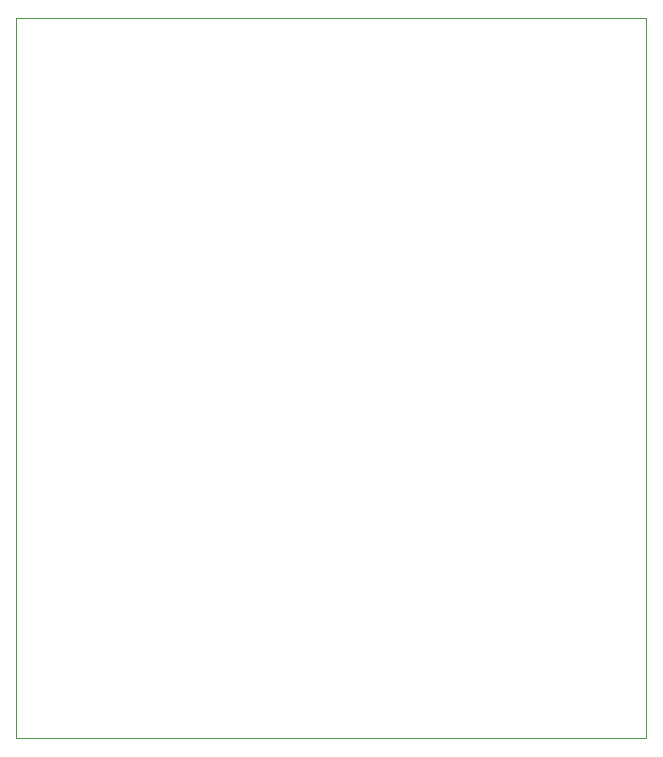
<source format=gbr>
%TF.GenerationSoftware,KiCad,Pcbnew,7.0.7*%
%TF.CreationDate,2023-09-08T17:32:34-05:00*%
%TF.ProjectId,Projects_zyxie2,50726f6a-6563-4747-935f-7a7978696532,rev?*%
%TF.SameCoordinates,Original*%
%TF.FileFunction,Profile,NP*%
%FSLAX46Y46*%
G04 Gerber Fmt 4.6, Leading zero omitted, Abs format (unit mm)*
G04 Created by KiCad (PCBNEW 7.0.7) date 2023-09-08 17:32:34*
%MOMM*%
%LPD*%
G01*
G04 APERTURE LIST*
%TA.AperFunction,Profile*%
%ADD10C,0.100000*%
%TD*%
G04 APERTURE END LIST*
D10*
X88900000Y-119380000D02*
X88900000Y-60960000D01*
X142240000Y-121920000D02*
X88900000Y-121920000D01*
X142240000Y-60960000D02*
X142240000Y-121920000D01*
X88900000Y-121920000D02*
X88900000Y-119380000D01*
X88900000Y-60960000D02*
X142240000Y-60960000D01*
M02*

</source>
